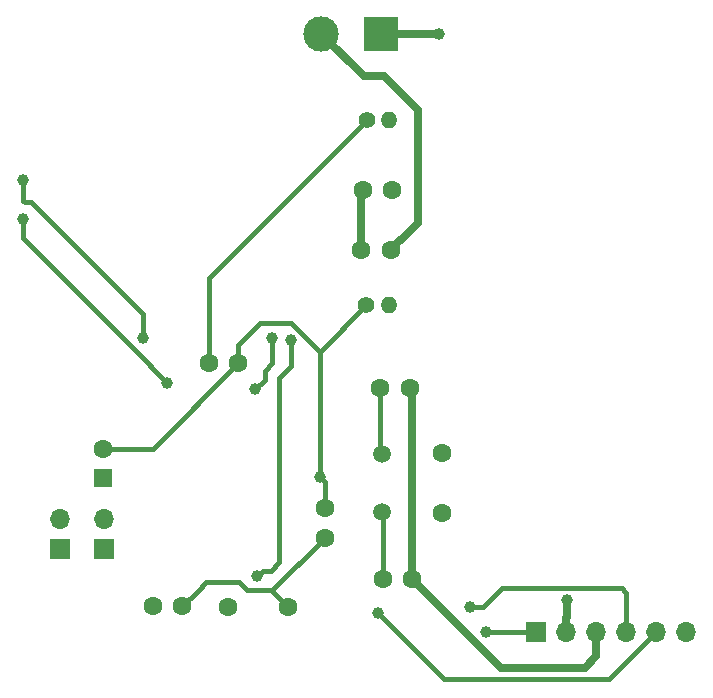
<source format=gbr>
%TF.GenerationSoftware,KiCad,Pcbnew,5.99.0+really5.1.10+dfsg1-1*%
%TF.CreationDate,2021-12-16T19:10:07+01:00*%
%TF.ProjectId,tfg,7466672e-6b69-4636-9164-5f7063625858,rev?*%
%TF.SameCoordinates,Original*%
%TF.FileFunction,Copper,L2,Bot*%
%TF.FilePolarity,Positive*%
%FSLAX46Y46*%
G04 Gerber Fmt 4.6, Leading zero omitted, Abs format (unit mm)*
G04 Created by KiCad (PCBNEW 5.99.0+really5.1.10+dfsg1-1) date 2021-12-16 19:10:07*
%MOMM*%
%LPD*%
G01*
G04 APERTURE LIST*
%TA.AperFunction,ComponentPad*%
%ADD10C,1.600000*%
%TD*%
%TA.AperFunction,ComponentPad*%
%ADD11R,1.600000X1.600000*%
%TD*%
%TA.AperFunction,ComponentPad*%
%ADD12R,1.700000X1.700000*%
%TD*%
%TA.AperFunction,ComponentPad*%
%ADD13O,1.700000X1.700000*%
%TD*%
%TA.AperFunction,ComponentPad*%
%ADD14R,3.000000X3.000000*%
%TD*%
%TA.AperFunction,ComponentPad*%
%ADD15C,3.000000*%
%TD*%
%TA.AperFunction,ComponentPad*%
%ADD16C,1.500000*%
%TD*%
%TA.AperFunction,ComponentPad*%
%ADD17O,1.400000X1.400000*%
%TD*%
%TA.AperFunction,ComponentPad*%
%ADD18C,1.400000*%
%TD*%
%TA.AperFunction,ViaPad*%
%ADD19C,1.000000*%
%TD*%
%TA.AperFunction,Conductor*%
%ADD20C,0.700000*%
%TD*%
%TA.AperFunction,Conductor*%
%ADD21C,0.400000*%
%TD*%
G04 APERTURE END LIST*
D10*
%TO.P,C1,2*%
%TO.N,GND*%
X174864000Y-97536000D03*
%TO.P,C1,1*%
%TO.N,Net-(C1-Pad1)*%
X172364000Y-97536000D03*
%TD*%
%TO.P,C2,1*%
%TO.N,GND*%
X175057000Y-113690000D03*
%TO.P,C2,2*%
%TO.N,Net-(C2-Pad2)*%
X172557000Y-113690000D03*
%TD*%
%TO.P,C3,1*%
%TO.N,V3.3-micro*%
X155600000Y-116002000D03*
%TO.P,C3,2*%
%TO.N,GND-micro*%
X153100000Y-116002000D03*
%TD*%
%TO.P,C4,2*%
%TO.N,V3.3-micro*%
X157840000Y-95412600D03*
%TO.P,C4,1*%
%TO.N,GND-micro*%
X160340000Y-95412600D03*
%TD*%
D11*
%TO.P,C5,1*%
%TO.N,Net-(C5-Pad1)*%
X148844000Y-105156000D03*
D10*
%TO.P,C5,2*%
%TO.N,GND-micro*%
X148844000Y-102656000D03*
%TD*%
%TO.P,C6,2*%
%TO.N,GND*%
X170878000Y-80782100D03*
%TO.P,C6,1*%
%TO.N,+3V3*%
X173378000Y-80782100D03*
%TD*%
%TO.P,C8,1*%
%TO.N,GND-micro*%
X167640000Y-107696000D03*
%TO.P,C8,2*%
%TO.N,V3.3-micro*%
X167640000Y-110196000D03*
%TD*%
D12*
%TO.P,J3,1*%
%TO.N,Net-(J3-Pad1)*%
X185562000Y-118148000D03*
D13*
%TO.P,J3,2*%
%TO.N,+3V3*%
X188102000Y-118148000D03*
%TO.P,J3,3*%
%TO.N,GND*%
X190642000Y-118148000D03*
%TO.P,J3,4*%
%TO.N,Net-(J3-Pad4)*%
X193182000Y-118148000D03*
%TO.P,J3,5*%
%TO.N,Net-(J3-Pad5)*%
X195722000Y-118148000D03*
%TO.P,J3,6*%
%TO.N,Net-(J3-Pad6)*%
X198262000Y-118148000D03*
%TD*%
D14*
%TO.P,J4,1*%
%TO.N,GND*%
X172443000Y-67541100D03*
D15*
%TO.P,J4,2*%
%TO.N,Net-(C7-Pad1)*%
X167363000Y-67541100D03*
%TD*%
D10*
%TO.P,R1,1*%
%TO.N,Net-(C1-Pad1)*%
X177597000Y-102972000D03*
%TO.P,R1,2*%
%TO.N,Net-(C2-Pad2)*%
X177597000Y-108052000D03*
%TD*%
%TO.P,R2,2*%
%TO.N,V3.3-micro*%
X164541000Y-116027000D03*
%TO.P,R2,1*%
%TO.N,Net-(J3-Pad1)*%
X159461000Y-116027000D03*
%TD*%
D16*
%TO.P,Y1,1*%
%TO.N,Net-(C1-Pad1)*%
X172466000Y-103124000D03*
%TO.P,Y1,2*%
%TO.N,Net-(C2-Pad2)*%
X172466000Y-108024000D03*
%TD*%
D13*
%TO.P,J1,2*%
%TO.N,Net-(J1-Pad2)*%
X145212000Y-108610000D03*
D12*
%TO.P,J1,1*%
%TO.N,Net-(J1-Pad1)*%
X145212000Y-111150000D03*
%TD*%
%TO.P,J2,1*%
%TO.N,Net-(J2-Pad1)*%
X148996000Y-111150000D03*
D13*
%TO.P,J2,2*%
%TO.N,Net-(J2-Pad2)*%
X148996000Y-108610000D03*
%TD*%
D10*
%TO.P,C7,1*%
%TO.N,Net-(C7-Pad1)*%
X173228000Y-85791000D03*
%TO.P,C7,2*%
%TO.N,GND*%
X170728000Y-85791000D03*
%TD*%
D17*
%TO.P,R3,2*%
%TO.N,+3V3*%
X173124000Y-74797900D03*
D18*
%TO.P,R3,1*%
%TO.N,V3.3-micro*%
X171224000Y-74797900D03*
%TD*%
%TO.P,R4,1*%
%TO.N,GND-micro*%
X171173000Y-90515400D03*
D17*
%TO.P,R4,2*%
%TO.N,GND*%
X173073000Y-90515400D03*
%TD*%
D19*
%TO.N,GND*%
X177358000Y-67541100D03*
%TO.N,Net-(J3-Pad1)*%
X181274720Y-118173500D03*
%TO.N,Net-(U1-Pad2)*%
X152247200Y-93295300D03*
X142148560Y-79867760D03*
%TO.N,Net-(U1-Pad3)*%
X154302460Y-97045780D03*
X142099000Y-83213800D03*
%TO.N,Net-(U1-Pad7)*%
X161764980Y-97589340D03*
X163189920Y-93273880D03*
%TO.N,Net-(U1-Pad8)*%
X161960560Y-113459260D03*
X164757100Y-93479620D03*
%TO.N,Net-(J3-Pad5)*%
X172186600Y-116588540D03*
%TO.N,Net-(J3-Pad4)*%
X179961540Y-116047520D03*
%TO.N,GND-micro*%
X167244900Y-105030400D03*
%TO.N,+3V3*%
X188203840Y-115461620D03*
%TD*%
D20*
%TO.N,GND*%
X175057000Y-113690000D02*
X175057000Y-97729000D01*
X175057000Y-97729000D02*
X174864000Y-97536000D01*
X170878000Y-80782100D02*
X170728000Y-80932100D01*
X170728000Y-80932100D02*
X170728000Y-85791000D01*
X190642000Y-118148000D02*
X190642000Y-120220980D01*
X190642000Y-120220980D02*
X189687200Y-121175780D01*
X182542780Y-121175780D02*
X175057000Y-113690000D01*
X189687200Y-121175780D02*
X182542780Y-121175780D01*
X172443000Y-67541100D02*
X176220080Y-67541100D01*
X176220080Y-67541100D02*
X177358000Y-67541100D01*
D21*
%TO.N,Net-(C1-Pad1)*%
X172466000Y-103124000D02*
X172364000Y-103022000D01*
X172364000Y-103022000D02*
X172364000Y-97536000D01*
%TO.N,Net-(C2-Pad2)*%
X172466000Y-108024000D02*
X172557000Y-108115000D01*
X172557000Y-108115000D02*
X172557000Y-113690000D01*
%TO.N,Net-(J3-Pad1)*%
X185536500Y-118173500D02*
X185562000Y-118148000D01*
X181274720Y-118173500D02*
X185536500Y-118173500D01*
%TO.N,Net-(U1-Pad2)*%
X142148560Y-81673700D02*
X142148560Y-79867760D01*
X142260320Y-81785460D02*
X142148560Y-81673700D01*
X142811500Y-81785460D02*
X142260320Y-81785460D01*
X150992440Y-89966400D02*
X142811500Y-81785460D01*
X150992440Y-89966400D02*
X150992440Y-89968940D01*
X152247200Y-91223700D02*
X152247200Y-93295300D01*
X150992440Y-89968940D02*
X152247200Y-91223700D01*
%TO.N,Net-(U1-Pad3)*%
X142099000Y-83213800D02*
X142099000Y-84842320D01*
X151551981Y-94295301D02*
X154302460Y-97045780D01*
X142099000Y-84842320D02*
X151551981Y-94295301D01*
%TO.N,Net-(U1-Pad7)*%
X163189920Y-93273880D02*
X163189920Y-95417640D01*
X163189920Y-95417640D02*
X162567620Y-96039940D01*
X162567620Y-96786700D02*
X161764980Y-97589340D01*
X162567620Y-96039940D02*
X162567620Y-96786700D01*
%TO.N,Net-(U1-Pad8)*%
X163779200Y-111640620D02*
X163779200Y-112265460D01*
X163784300Y-111635520D02*
X163779200Y-111640620D01*
X163085399Y-112959261D02*
X163779200Y-112265460D01*
X162460559Y-112959261D02*
X163085399Y-112959261D01*
X161960560Y-113459260D02*
X162460559Y-112959261D01*
X163784300Y-111635520D02*
X163784300Y-96652060D01*
X164757100Y-95679260D02*
X164757100Y-93479620D01*
X163784300Y-96652060D02*
X164757100Y-95679260D01*
%TO.N,Net-(J3-Pad5)*%
X177166219Y-121545401D02*
X177154840Y-121556780D01*
X177186641Y-121545401D02*
X177166219Y-121545401D01*
X177784760Y-122143520D02*
X177186641Y-121545401D01*
X195722000Y-118148000D02*
X191726480Y-122143520D01*
X191726480Y-122143520D02*
X177784760Y-122143520D01*
X177143461Y-121545401D02*
X172186600Y-116588540D01*
X177186641Y-121545401D02*
X177143461Y-121545401D01*
%TO.N,Net-(J3-Pad4)*%
X181086760Y-116047520D02*
X182572660Y-114561620D01*
X179961540Y-116047520D02*
X181086760Y-116047520D01*
X193182000Y-114858560D02*
X193182000Y-118148000D01*
X182572660Y-114561620D02*
X182572660Y-114551460D01*
X182572660Y-114551460D02*
X182662501Y-114461619D01*
X182662501Y-114461619D02*
X192785059Y-114461619D01*
X192785059Y-114461619D02*
X193182000Y-114858560D01*
%TO.N,V3.3-micro*%
X163188000Y-114674000D02*
X164541000Y-116027000D01*
X167640000Y-110196000D02*
X163188000Y-114648000D01*
X163188000Y-114648000D02*
X163188000Y-114674000D01*
X171224000Y-74797900D02*
X157840000Y-88181900D01*
X157840000Y-88181900D02*
X157840000Y-95412600D01*
X155600000Y-116002000D02*
X156928000Y-114674000D01*
X163188000Y-114648000D02*
X161096980Y-114648000D01*
X161096980Y-114648000D02*
X160416240Y-113967260D01*
X157634740Y-113967260D02*
X156928000Y-114674000D01*
X160416240Y-113967260D02*
X157634740Y-113967260D01*
%TO.N,GND-micro*%
X171173000Y-90515400D02*
X167244900Y-94443500D01*
X160340000Y-95412600D02*
X160340000Y-93833000D01*
X160340000Y-93833000D02*
X162206800Y-91966200D01*
X162206800Y-91966200D02*
X164767600Y-91966200D01*
X164767600Y-91966200D02*
X167244900Y-94443500D01*
X148844000Y-102656000D02*
X153096600Y-102656000D01*
X153096600Y-102656000D02*
X160340000Y-95412600D01*
X167640000Y-107696000D02*
X167244900Y-107300900D01*
X167640000Y-105425500D02*
X167244900Y-105030400D01*
X167640000Y-107696000D02*
X167640000Y-105425500D01*
X167244900Y-105030400D02*
X167244900Y-94443500D01*
D20*
%TO.N,+3V3*%
X188102000Y-116945919D02*
X188135260Y-116912659D01*
X188102000Y-118148000D02*
X188102000Y-116945919D01*
X188203840Y-116844079D02*
X188203840Y-115461620D01*
X188102000Y-116945919D02*
X188203840Y-116844079D01*
D21*
%TO.N,Net-(C7-Pad1)*%
X167363000Y-67541100D02*
X167571700Y-67541100D01*
D20*
X174027999Y-84991001D02*
X174071219Y-84991001D01*
X173228000Y-85791000D02*
X174027999Y-84991001D01*
X174071219Y-84991001D02*
X175519080Y-83543140D01*
X175519080Y-83543140D02*
X175519080Y-73967340D01*
X175519080Y-73967340D02*
X172674280Y-71122540D01*
X170944440Y-71122540D02*
X167363000Y-67541100D01*
X172674280Y-71122540D02*
X170944440Y-71122540D01*
%TD*%
M02*

</source>
